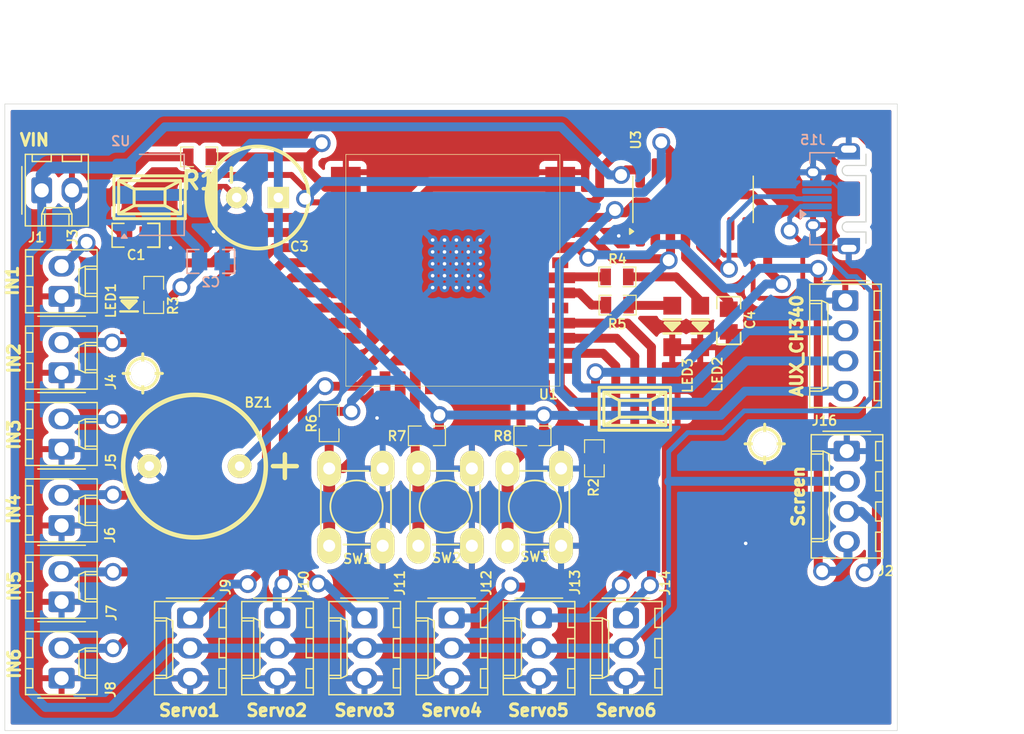
<source format=kicad_pcb>
(kicad_pcb (version 20240108) (generator "pcbnew") (generator_version "8.0")
  (title_block (title "MicroControlador Electroencefalograma") (date "2025-05-07") (rev "v1.0") (company "E.E.S.T. N°5 \"2 de Abril\" Temperley") (comment 1 "Autor: Iván Romano") (comment 2 "Curso: 7mo 6ta") (comment 3 "Grupo: 2"))
  (layers (0 "F.Cu" signal) (31 "B.Cu" signal) (34 "B.Paste" user) (35 "F.Paste" user) (36 "B.SilkS" user "B.Silkscreen") (37 "F.SilkS" user "F.Silkscreen") (38 "B.Mask" user) (39 "F.Mask" user) (44 "Edge.Cuts" user))
  (net 0 "")
  (net 1 "/BUZZER")
  (net 2 "GND")
  (net 3 "/EN")
  (net 4 "+3.3V")
  (net 5 "Net-(U3-V3)")
  (net 6 "+5V")
  (net 7 "/SDA")
  (net 8 "/SCL")
  (net 9 "/IN1")
  (net 10 "/IN2")
  (net 11 "/IN3")
  (net 12 "/IN4")
  (net 13 "/IN5")
  (net 14 "/IN6")
  (net 15 "/Motor1")
  (net 16 "/Motor2")
  (net 17 "/Motor3")
  (net 18 "/Motor4")
  (net 19 "/Motor5")
  (net 20 "/Motor6")
  (net 21 "/D-")
  (net 23 "/D+")
  (net 24 "/RXD")
  (net 25 "/TXD")
  (net 28 "Net-(LED1-A)")
  (net 29 "Net-(LED2-A)")
  (net 30 "Net-(LED3-A)")
  (net 31 "/BOOT")
  (net 32 "/LED1")
  (net 33 "/LED2")
  (net 35 "/SW1")
  (net 36 "/SW3")
  (net 37 "/SW2")
  (footprint "EESTN5:R_0805" (layer "F.Cu") (at 140.554794 101.275 -90)
    (property "Reference" "R6")
    (property "Value" "10k" (hide yes))
  )
  (footprint "EESTN5:Pulsador_SMD_2_BAJO" (layer "F.Cu") (at 166.254794 100.1 180)
    (property "Reference" "SW_BOOT1" (hide yes))
    (property "Value" "SW_Push" (hide yes))
  )
  (footprint "EESTN5:LED_1206" (layer "F.Cu") (at 169.404794 93.17252 -90)
    (property "Reference" "LED3")
    (property "Value" "LED" (hide yes))
  )
  (footprint "Package_SO:SOIC-16_3.9x9.9mm_P1.27mm" (layer "F.Cu") (at 171.154794 82.475 90)
    (property "Reference" "U3")
    (property "Value" "CH340C")
  )
  (footprint "Connector_Molex:Molex_KK-254_AE-6410-03A_1x03_P2.54mm_Vertical" (layer "F.Cu") (at 128.864794 117.7 -90)
    (property "Reference" "J9")
    (property "Value" "Servo1")
  )
  (footprint "EESTN5:R_0805" (layer "F.Cu") (at 164.779794 91.375)
    (property "Reference" "R5")
    (property "Value" "330" (hide yes))
  )
  (footprint "Connector_Molex:Molex_KK-254_AE-6410-04A_1x04_P2.54mm_Vertical" (layer "F.Cu") (at 183.954794 90.995 -90)
    (property "Reference" "J16")
    (property "Value" "AUX_CH340")
  )
  (footprint "Logo Romano:Logo_Romano" (layer "F.Cu") (at 178.804794 117.95)
    (property "Reference" "G***" (hide yes))
    (property "Value" "LOGO" (hide yes))
  )
  (footprint "Connector_Molex:Molex_KK-254_AE-6410-02A_1x02_P2.54mm_Vertical" (layer "F.Cu") (at 116.384794 81.72)
    (property "Reference" "J1")
    (property "Value" "VIN")
  )
  (footprint "EESTN5:Pulsador_TH_4" (layer "F.Cu") (at 150.304794 108.375)
    (property "Reference" "SW2")
    (property "Value" "SW_PUSH" (hide yes))
  )
  (footprint "Connector_Molex:Molex_KK-254_AE-6410-02A_1x02_P2.54mm_Vertical" (layer "F.Cu") (at 118.054794 97.066 90)
    (property "Reference" "J4")
    (property "Value" "IN2")
  )
  (footprint "Connector_Molex:Molex_KK-254_AE-6410-02A_1x02_P2.54mm_Vertical" (layer "F.Cu") (at 118.054794 116.344 90)
    (property "Reference" "J7")
    (property "Value" "IN5")
  )
  (footprint "EESTN5:CAP_ELEC_8x11.5mm" (layer "F.Cu") (at 134.529794 82.325 90)
    (property "Reference" "C3")
    (property "Value" "470u" (hide yes))
  )
  (footprint "EESTN5:ESP-WROOM-32" (layer "F.Cu") (at 141.954794 98.2)
    (property "Reference" "U1")
    (property "Value" "ESP32" (hide yes))
  )
  (footprint "Connector_Molex:Molex_KK-254_AE-6410-03A_1x03_P2.54mm_Vertical" (layer "F.Cu") (at 143.524794 117.7 -90)
    (property "Reference" "J11")
    (property "Value" "Servo3")
  )
  (footprint "EESTN5:Pulsador_TH_4" (layer "F.Cu") (at 142.804794 108.375)
    (property "Reference" "SW1")
    (property "Value" "SW_PUSH" (hide yes))
  )
  (footprint "EESTN5:hole_2mm" (layer "F.Cu") (at 177.179794 103.05)
    (property "Reference" "J18" (hide yes))
    (property "Value" "Mounting_Hole" (hide yes))
  )
  (footprint "EESTN5:Pulsador_SMD_2_BAJO" (layer "F.Cu") (at 125.454794 82.3 180)
    (property "Reference" "SW_EN1" (hide yes))
    (property "Value" "SW_Push" (hide yes))
  )
  (footprint "EESTN5:R_0805" (layer "F.Cu") (at 148.807294 102.375 180)
    (property "Reference" "R7")
    (property "Value" "10k" (hide yes))
  )
  (footprint "Connector_Molex:Molex_KK-254_AE-6410-04A_1x04_P2.54mm_Vertical" (layer "F.Cu") (at 184.079794 103.66 -90)
    (property "Reference" "J2")
    (property "Value" "Screen")
  )
  (footprint "Connector_Molex:Molex_KK-254_AE-6410-03A_1x03_P2.54mm_Vertical" (layer "F.Cu") (at 150.854794 117.7 -90)
    (property "Reference" "J12")
    (property "Value" "Servo4")
  )
  (footprint "Connector_Molex:Molex_KK-254_AE-6410-02A_1x02_P2.54mm_Vertical" (layer "F.Cu") (at 118.054794 122.77 90)
    (property "Reference" "J8")
    (property "Value" "IN6")
  )
  (footprint "EESTN5:LED_1206" (layer "F.Cu") (at 171.754794 93.17252 -90)
    (property "Reference" "LED2")
    (property "Value" "LED" (hide yes))
  )
  (footprint "EESTN5:LED_1206" (layer "F.Cu") (at 123.729794 91.32252 -90)
    (property "Reference" "LED1")
    (property "Value" "LED" (hide yes))
  )
  (footprint "EESTN5:C_0805" (layer "F.Cu") (at 174.154794 92.675 90)
    (property "Reference" "C4")
    (property "Value" "100n" (hide yes))
  )
  (footprint "Connector_Molex:Molex_KK-254_AE-6410-02A_1x02_P2.54mm_Vertical" (layer "F.Cu") (at 118.054794 103.492 90)
    (property "Reference" "J5")
    (property "Value" "IN3")
  )
  (footprint "EESTN5:hole_2mm" (layer "F.Cu") (at 124.879794 97.125)
    (property "Reference" "J17" (hide yes))
    (property "Value" "Mounting_Hole" (hide yes))
  )
  (footprint "Connector_Molex:Molex_KK-254_AE-6410-03A_1x03_P2.54mm_Vertical" (layer "F.Cu") (at 158.184794 117.7 -90)
    (property "Reference" "J13")
    (property "Value" "Servo5")
  )
  (footprint "EESTN5:C_0805" (layer "F.Cu") (at 124.302294 85.5 180)
    (property "Reference" "C1")
    (property "Value" "100n" (hide yes))
  )
  (footprint "Connector_Molex:Molex_KK-254_AE-6410-02A_1x02_P2.54mm_Vertical" (layer "F.Cu") (at 118.054794 90.64 90)
    (property "Reference" "J3")
    (property "Value" "IN1")
  )
  (footprint "EESTN5:R_0805" (layer "F.Cu") (at 157.682294 102.375 180)
    (property "Reference" "R8")
    (property "Value" "10k" (hide yes))
  )
  (footprint "EESTN5:Buzzer_12mm" (layer "F.Cu") (at 129.229794 104.925)
    (property "Reference" "BZ1")
    (property "Value" "Buzzer" (hide yes))
  )
  (footprint "Connector_Molex:Molex_KK-254_AE-6410-03A_1x03_P2.54mm_Vertical" (layer "F.Cu") (at 136.194794 117.7 -90)
    (property "Reference" "J10")
    (property "Value" "Servo2")
  )
  (footprint "EESTN5:R_0805" (layer "F.Cu") (at 164.754794 89)
    (property "Reference" "R4")
    (property "Value" "330" (hide yes))
  )
  (footprint "EESTN5:R_0805" (layer "F.Cu") (at 125.804794 90.5475 90)
    (property "Reference" "R3")
    (property "Value" "330" (hide yes))
  )
  (footprint "EESTN5:Pulsador_TH_4" (layer "F.Cu") (at 157.804794 108.375)
    (property "Reference" "SW3")
    (property "Value" "SW_PUSH" (hide yes))
  )
  (footprint "Connector_Molex:Molex_KK-254_AE-6410-03A_1x03_P2.54mm_Vertical" (layer "F.Cu") (at 165.514794 117.7 -90)
    (property "Reference" "J14")
    (property "Value" "Servo6")
  )
  (footprint "EESTN5:R_0805" (layer "F.Cu") (at 129.654794 78.9 180)
    (property "Reference" "R1")
    (property "Value" "10k" (hide yes))
  )
  (footprint "Connector_Molex:Molex_KK-254_AE-6410-02A_1x02_P2.54mm_Vertical" (layer "F.Cu") (at 118.054794 109.918 90)
    (property "Reference" "J6")
    (property "Value" "IN4")
  )
  (footprint "EESTN5:R_0805" (layer "F.Cu") (at 162.854794 104.3 90)
    (property "Reference" "R2")
    (property "Value" "10k" (hide yes))
  )
  (footprint "EESTN5:C_0805" (layer "B.Cu") (at 130.604794 87.7 180)
    (property "Reference" "C2")
    (property "Value" "100n" (hide yes))
  )
  (footprint "Package_TO_SOT_SMD:SOT-223-3_TabPin2" (layer "B.Cu") (at 126.454794 82.1)
    (property "Reference" "U2")
    (property "Value" "AMS1117-1.5")
  )
  (footprint "Connector_USB:USB_Micro-AB_Molex_47590-0001" (layer "B.Cu") (at 184.594794 82.425 -90)
    (property "Reference" "J15")
    (property "Value" "USB_B_Micro")
    (fp_line (start -2.8 -1.1) (end -2.8 0.475) (stroke (width 0.1)) (layer "Edge.Cuts"))
    (fp_line (start -2.8 -1.1) (end -3.75 -1.1) (stroke (width 0.1)) (layer "Edge.Cuts"))
    (fp_line (start -1.95 -1.1) (end -1.95 0.475) (stroke (width 0.1)) (layer "Edge.Cuts"))
    (fp_line (start 1.95 -1.1) (end 1.95 0.475) (stroke (width 0.1)) (layer "Edge.Cuts"))
    (fp_line (start 1.95 -1.1) (end -1.95 -1.1) (stroke (width 0.1)) (layer "Edge.Cuts"))
    (fp_line (start 2.8 -1.1) (end 2.8 0.475) (stroke (width 0.1)) (layer "Edge.Cuts"))
    (fp_line (start 3.75 -1.1) (end 2.8 -1.1) (stroke (width 0.1)) (layer "Edge.Cuts"))
    (fp_arc (start -1.95 0.475) (mid -2.375 0.9) (end -2.8 0.475) (stroke (width 0.1)) (layer "Edge.Cuts"))
    (fp_arc (start 2.8 0.475) (mid 2.375 0.9) (end 1.95 0.475) (stroke (width 0.1)) (layer "Edge.Cuts"))
  )
  (gr_rect (start 113.279794 74.45) (end 188.329794 127.175) (stroke (width 0.05)) (fill none) (layer "Edge.Cuts"))
  (gr_text "EEG AD620\nE.E.S.T. N°5 " (at 178.8 124.1 0) (layer "F.Cu") (effects (font (size 1 1) (thickness 0.25) (bold yes)) (justify bottom)))
  (segment (start 146.454794 93.9) (end 146.454794 84.125) (width 0.75) (layer "F.Cu") (net 1))
  (segment (start 143.729794 96.625) (end 146.454794 93.9) (width 0.75) (layer "F.Cu") (net 1))
  (segment (start 149.119794 81.46) (end 159.984794 81.46) (width 0.75) (layer "F.Cu") (net 1))
  (segment (start 140.204794 98.2) (end 143.054794 98.2) (width 0.75) (layer "F.Cu") (net 1))
  (segment (start 146.454794 84.125) (end 149.119794 81.46) (width 0.75) (layer "F.Cu") (net 1))
  (segment (start 143.729794 97.525) (end 143.729794 96.625) (width 0.75) (layer "F.Cu") (net 1))
  (segment (start 143.054794 98.2) (end 143.729794 97.525) (width 0.75) (layer "F.Cu") (net 1))
  (via (at 140.204794 98.2) (size 1.5) (drill 1) (layers "F.Cu" "B.Cu") (net 1))
  (segment (start 133.029794 104.925) (end 139.754794 98.2) (width 0.75) (layer "B.Cu") (net 1))
  (segment (start 139.754794 98.2) (end 140.204794 98.2) (width 0.75) (layer "B.Cu") (net 1))
  (via (at 144.579794 100.875) (size 1) (drill 0.3) (layers "F.Cu" "B.Cu") (net 2))
  (via (at 127.204794 86.55) (size 1) (drill 0.3) (layers "F.Cu" "B.Cu") (net 2))
  (via (at 175.579794 111.425) (size 1) (drill 0.3) (layers "F.Cu" "B.Cu") (net 2))
  (via (at 164.904794 85.55) (size 1) (drill 0.3) (layers "F.Cu" "B.Cu") (net 2))
  (via (at 130.829794 85.2) (size 1) (drill 0.3) (layers "F.Cu" "B.Cu") (net 2))
  (segment (start 181.569794 80.95) (end 181.569794 80.525) (width 0.75) (layer "B.Cu") (net 2))
  (segment (start 181.569794 81.125) (end 182.944794 81.125) (width 0.2) (layer "B.Cu") (net 2))
  (segment (start 118.654794 81.45) (end 118.924794 81.72) (width 1) (layer "B.Cu") (net 2))
  (segment (start 182.944794 81.125) (end 184.244794 82.425) (width 0.2) (layer "B.Cu") (net 2))
  (segment (start 181.569794 80.525) (end 181.244794 80.2) (width 0.75) (layer "B.Cu") (net 2))
  (segment (start 121.855614 84.10082) (end 121.855614 82.3) (width 0.75) (layer "F.Cu") (net 3))
  (segment (start 169.249794 80) (end 169.249794 78.445) (width 0.75) (layer "F.Cu") (net 3))
  (segment (start 138.529794 82.425) (end 138.529794 81.575) (width 0.5) (layer "F.Cu") (net 3))
  (segment (start 123.254794 85.5) (end 121.855614 84.10082) (width 0.75) (layer "F.Cu") (net 3))
  (segment (start 125.305614 78.9) (end 128.702294 78.9) (width 0.75) (layer "F.Cu") (net 3))
  (segment (start 123.349794 85.5) (end 123.254794 85.5) (width 0.75) (layer "F.Cu") (net 3))
  (segment (start 128.702294 79.3475) (end 128.702294 78.9) (width 0.5) (layer "F.Cu") (net 3))
  (segment (start 125.280614 78.875) (end 121.855614 82.3) (width 0.75) (layer "F.Cu") (net 3))
  (segment (start 138.529794 81.575) (end 137.379794 80.425) (width 0.5) (layer "F.Cu") (net 3))
  (segment (start 138.529794 82.425) (end 138.834794 82.73) (width 0.5) (layer "F.Cu") (net 3))
  (segment (start 125.280614 78.875) (end 125.305614 78.9) (width 0.75) (layer "F.Cu") (net 3))
  (segment (start 129.779794 80.425) (end 128.702294 79.3475) (width 0.5) (layer "F.Cu") (net 3))
  (segment (start 128.702294 78.9) (end 128.702294 79.288) (width 0.75) (layer "F.Cu") (net 3))
  (segment (start 169.249794 78.445) (end 168.479794 77.675) (width 0.75) (layer "F.Cu") (net 3))
  (segment (start 137.379794 80.425) (end 129.779794 80.425) (width 0.5) (layer "F.Cu") (net 3))
  (segment (start 138.834794 82.73) (end 141.954794 82.73) (width 0.5) (layer "F.Cu") (net 3))
  (via (at 168.479794 77.675) (size 1.5) (drill 1) (layers "F.Cu" "B.Cu") (net 3))
  (via (at 138.529794 82.425) (size 1.5) (drill 1) (layers "F.Cu" "B.Cu") (net 3))
  (segment (start 138.529794 82.425) (end 139.979794 80.975) (width 0.75) (layer "B.Cu") (net 3))
  (segment (start 168.479794 80.425) (end 168.479794 77.675) (width 0.75) (layer "B.Cu") (net 3))
  (segment (start 162.929794 81.9) (end 167.004794 81.9) (width 0.75) (layer "B.Cu") (net 3))
  (segment (start 162.004794 80.975) (end 162.929794 81.9) (width 0.75) (layer "B.Cu") (net 3))
  (segment (start 139.979794 80.975) (end 162.004794 80.975) (width 0.75) (layer "B.Cu") (net 3))
  (segment (start 167.004794 81.9) (end 168.479794 80.425) (width 0.75) (layer "B.Cu") (net 3))
  (segment (start 158.979794 107.525) (end 161.729794 107.525) (width 0.75) (layer "F.Cu") (net 4))
  (segment (start 158.604794 100.65) (end 158.604794 102.345) (width 0.75) (layer "F.Cu") (net 4))
  (segment (start 126.479794 91.5) (end 128.129794 89.85) (width 0.75) (layer "F.Cu") (net 4))
  (segment (start 141.954794 81.46) (end 140.239794 81.46) (width 0.75) (layer "F.Cu") (net 4))
  (segment (start 162.854794 106.4) (end 162.854794 105.2525) (width 0.75) (layer "F.Cu") (net 4))
  (segment (start 158.634794 103.245) (end 158.054794 103.825) (width 0.75) (layer "F.Cu") (net 4))
  (segment (start 139.929794 77.75) (end 138.779794 78.9) (width 0.75) (layer "F.Cu") (net 4))
  (segment (start 140.239794 81.46) (end 138.779794 80) (width 0.75) (layer "F.Cu") (net 4))
  (segment (start 158.054794 103.825) (end 158.054794 106.6) (width 0.75) (layer "F.Cu") (net 4))
  (segment (start 149.829794 100.625) (end 149.829794 102.305) (width 0.75) (layer "F.Cu") (net 4))
  (segment (start 138.779794 78.9) (end 130.607294 78.9) (width 0.75) (layer "F.Cu") (net 4))
  (segment (start 158.054794 106.6) (end 158.979794 107.525) (width 0.75) (layer "F.Cu") (net 4))
  (segment (start 161.729794 107.525) (end 162.854794 106.4) (width 0.75) (layer "F.Cu") (net 4))
  (segment (start 142.429794 100.3225) (end 140.554794 100.3225) (width 0.75) (layer "F.Cu") (net 4))
  (segment (start 138.779794 80) (end 138.779794 78.9) (width 0.75) (layer "F.Cu") (net 4))
  (segment (start 149.829794 102.305) (end 149.759794 102.375) (width 0.75) (layer "F.Cu") (net 4))
  (segment (start 125.804794 91.5) (end 126.479794 91.5) (width 0.75) (layer "F.Cu") (net 4))
  (segment (start 158.634794 102.375) (end 158.634794 103.245) (width 0.75) (layer "F.Cu") (net 4))
  (segment (start 158.604794 102.345) (end 158.634794 102.375) (width 0.75) (layer "F.Cu") (net 4))
  (via (at 149.829794 100.625) (size 1.5) (drill 1) (layers "F.Cu" "B.Cu") (net 4))
  (via (at 158.604794 100.65) (size 1.5) (drill 1) (layers "F.Cu" "B.Cu") (net 4))
  (via (at 128.129794 89.85) (size 1.5) (drill 1) (layers "F.Cu" "B.Cu") (net 4))
  (via (at 142.429794 100.3225) (size 1.5) (drill 1) (layers "F.Cu" "B.Cu") (net 4))
  (via (at 139.929794 77.75) (size 1.5) (drill 1) (layers "F.Cu" "B.Cu") (net 4))
  (segment (start 129.652294 88.3275) (end 129.652294 86.7225) (width 0.75) (layer "B.Cu") (net 4))
  (segment (start 149.829794 100.625) (end 158.579794 100.625) (width 0.75) (layer "B.Cu") (net 4))
  (segment (start 139.929794 77.75) (end 133.954794 77.75) (width 0.75) (layer "B.Cu") (net 4))
  (segment (start 128.104794 83.6) (end 129.604794 82.1) (width 0.75) (layer "B.Cu") (net 4))
  (segment (start 139.929794 77.75) (end 136.279794 77.75) (width 0.75) (layer "B.Cu") (net 4))
  (segment (start 158.579794 100.625) (end 158.604794 100.65) (width 0.75) (layer "B.Cu") (net 4))
  (segment (start 158.604794 100.65) (end 173.479794 100.65) (width 0.75) (layer "B.Cu") (net 4))
  (segment (start 146.904794 97.7) (end 149.829794 100.625) (width 0.75) (layer "B.Cu") (net 4))
  (segment (start 136.279794 87.075) (end 149.829794 100.625) (width 0.75) (layer "B.Cu") (net 4))
  (segment (start 136.279794 77.75) (end 136.279794 87.075) (width 0.75) (layer "B.Cu") (net 4))
  (segment (start 129.879794 82.375) (end 129.604794 82.1) (width 1) (layer "B.Cu") (net 4))
  (segment (start 123.304794 82.1) (end 129.604794 82.1) (width 1) (layer "B.Cu") (net 4))
  (segment (start 128.129794 89.85) (end 129.652294 88.3275) (width 0.75) (layer "B.Cu") (net 4))
  (segment (start 173.479794 100.65) (end 175.514794 98.615) (width 0.75) (layer "B.Cu") (net 4))
  (segment (start 142.429794 99.45) (end 144.179794 97.7) (width 0.75) (layer "B.Cu") (net 4))
  (segment (start 129.652294 86.7225) (end 128.104794 85.175) (width 0.75) (layer "B.Cu") (net 4))
  (segment (start 128.104794 85.175) (end 128.104794 83.6) (width 0.75) (layer "B.Cu") (net 4))
  (segment (start 133.954794 77.75) (end 129.604794 82.1) (width 0.75) (layer "B.Cu") (net 4))
  (segment (start 175.514794 98.615) (end 183.954794 98.615) (width 0.75) (layer "B.Cu") (net 4))
  (segment (start 142.429794 100.3225) (end 142.429794 99.45) (width 0.75) (layer "B.Cu") (net 4))
  (segment (start 144.179794 97.7) (end 146.904794 97.7) (width 0.75) (layer "B.Cu") (net 4))
  (segment (start 170.529794 87.4) (end 170.529794 84.95) (width 0.75) (layer "F.Cu") (net 5))
  (segment (start 174.154794 91.025) (end 170.529794 87.4) (width 0.75) (layer "F.Cu") (net 5))
  (segment (start 174.154794 91.7225) (end 174.154794 91.025) (width 0.75) (layer "F.Cu") (net 5))
  (segment (start 165.104794 80.425) (end 165.529794 80) (width 0.75) (layer "F.Cu") (net 6))
  (segment (start 165.529794 80) (end 166.709794 80) (width 0.75) (layer "F.Cu") (net 6))
  (via (at 165.104794 80.425) (size 1.5) (drill 1) (layers "F.Cu" "B.Cu") (net 6))
  (segment (start 182.654794 84.175) (end 182.204794 83.725) (width 0.4) (layer "B.Cu") (net 6))
  (segment (start 164.104794 80.425) (end 160.054794 76.375) (width 0.75) (layer "B.Cu") (net 6))
  (segment (start 186.104794 99.15) (end 186.104794 90.225) (width 0.4) (layer "B.Cu") (net 6))
  (segment (start 175.454794 100.275) (end 184.979794 100.275) (width 0.4) (layer "B.Cu") (net 6))
  (segment (start 184.154794 88.975) (end 182.654794 87.475) (width 0.4) (layer "B.Cu") (net 6))
  (segment (start 115.354794 87) (end 116.384794 85.97) (width 0.75) (layer "B.Cu") (net 6))
  (segment (start 169.104794 106.225) (end 169.104794 103.7) (width 0.4) (layer "B.Cu") (net 6))
  (segment (start 165.104794 80.425) (end 164.104794 80.425) (width 0.75) (layer "B.Cu") (net 6))
  (segment (start 169.104794 103.7) (end 170.704794 102.1) (width 0.4) (layer "B.Cu") (net 6))
  (segment (start 184.979794 100.275) (end 186.104794 99.15) (width 0.4) (layer "B.Cu") (net 6))
  (segment (start 165.514794 120.24) (end 169.104794 116.65) (width 0.4) (layer "B.Cu") (net 6))
  (segment (start 170.704794 102.1) (end 173.629794 102.1) (width 0.4) (layer "B.Cu") (net 6))
  (segment (start 128.864794 120.24) (end 127.164794 120.24) (width 0.75) (layer "B.Cu") (net 6))
  (segment (start 123.304794 79.8) (end 117.004794 79.8) (width 1) (layer "B.Cu") (net 6))
  (segment (start 117.004794 79.8) (end 116.384794 80.42) (width 1) (layer "B.Cu") (net 6))
  (segment (start 115.354794 123.875) (end 115.354794 87) (width 0.75) (layer "B.Cu") (net 6))
  (segment (start 182.654794 87.475) (end 182.654794 84.175) (width 0.4) (layer "B.Cu") (net 6))
  (segment (start 184.079794 106.2) (end 169.129794 106.2) (width 0.75) (layer "B.Cu") (net 6))
  (segment (start 186.104794 90.225) (end 184.854794 88.975) (width 0.4) (layer "B.Cu") (net 6))
  (segment (start 116.704794 125.225) (end 115.354794 123.875) (width 0.75) (layer "B.Cu") (net 6))
  (segment (start 128.864794 120.24) (end 165.514794 120.24) (width 0.75) (layer "B.Cu") (net 6))
  (segment (start 127.164794 120.24) (end 122.179794 125.225) (width 0.75) (layer "B.Cu") (net 6))
  (segment (start 160.054794 76.375) (end 126.729794 76.375) (width 0.75) (layer "B.Cu") (net 6))
  (segment (start 169.129794 106.2) (end 169.104794 106.225) (width 0.75) (layer "B.Cu") (net 6))
  (segment (start 182.204794 83.725) (end 181.569794 83.725) (width 0.4) (layer "B.Cu") (net 6))
  (segment (start 169.104794 116.65) (end 169.104794 106.225) (width 0.4) (layer "B.Cu") (net 6))
  (segment (start 122.179794 125.225) (end 116.704794 125.225) (width 0.75) (layer "B.Cu") (net 6))
  (segment (start 116.384794 85.97) (end 116.384794 81.72) (width 0.75) (layer "B.Cu") (net 6))
  (segment (start 126.729794 76.375) (end 123.304794 79.8) (width 0.75) (layer "B.Cu") (net 6))
  (segment (start 116.384794 80.42) (end 116.384794 81.72) (width 1) (layer "B.Cu") (net 6))
  (segment (start 173.629794 102.1) (end 175.454794 100.275) (width 0.4) (layer "B.Cu") (net 6))
  (segment (start 184.854794 88.975) (end 184.154794 88.975) (width 0.4) (layer "B.Cu") (net 6))
  (segment (start 181.679794 113.45) (end 182.004794 113.775) (width 0.75) (layer "F.Cu") (net 7))
  (segment (start 161.491293 86.54) (end 159.984794 86.54) (width 0.75) (layer "F.Cu") (net 7))
  (segment (start 162.340544 87.389251) (end 161.491293 86.54) (width 0.75) (layer "F.Cu") (net 7))
  (segment (start 181.679794 88.325) (end 181.679794 113.45) (width 0.75) (layer "F.Cu") (net 7))
  (via (at 181.679794 88.325) (size 1.5) (drill 1) (layers "F.Cu" "B.Cu") (net 7))
  (via (at 182.004794 113.775) (size 1.5) (drill 1) (layers "F.Cu" "B.Cu") (net 7))
  (via (at 162.340544 87.389251) (size 1.5) (drill 1) (layers "F.Cu" "B.Cu") (net 7))
  (segment (start 183.254794 113.775) (end 184.179794 112.85) (width 0.75) (layer "B.Cu") (net 7))
  (segment (start 184.179794 112.85) (end 184.179794 111.38) (width 0.75) (layer "B.Cu") (net 7))
  (segment (start 176.704794 88.275) (end 181.629794 88.275) (width 0.75) (layer "B.Cu") (net 7))
  (segment (start 168.229794 86.275) (end 170.114128 86.275) (width 0.75) (layer "B.Cu") (net 7))
  (segment (start 170.114128 86.275) (end 173.789128 89.95) (width 0.75) (layer "B.Cu") (net 7))
  (segment (start 181.629794 88.275) (end 181.679794 88.325) (width 0.75) (layer "B.Cu") (net 7))
  (segment (start 182.004794 113.775) (end 183.254794 113.775) (width 0.75) (layer "B.Cu") (net 7))
  (segment (start 162.340544 87.389251) (end 162.579795 87.15) (width 0.75) (layer "B.Cu") (net 7))
  (segment (start 162.579795 87.15) (end 167.354794 87.15) (width 0.75) (layer "B.Cu") (net 7))
  (segment (start 175.029794 89.95) (end 176.704794 88.275) (width 0.75) (layer "B.Cu") (net 7))
  (segment (start 184.179794 111.38) (end 184.079794 111.28) (width 0.75) (layer "B.Cu") (net 7))
  (segment (start 173.789128 89.95) (end 175.029794 89.95) (width 0.75) (layer "B.Cu") (net 7))
  (segment (start 167.354794 87.15) (end 168.229794 86.275) (width 0.75) (layer "B.Cu") (net 7))
  (segment (start 163.304794 80.025) (end 163.304794 82.2) (width 0.75) (layer "F.Cu") (net 8))
  (segment (start 163.304794 82.2) (end 162.774794 82.73) (width 0.75) (layer "F.Cu") (net 8))
  (segment (start 186.569794 112.885) (end 186.569794 78.312563) (width 0.75) (layer "F.Cu") (net 8))
  (segment (start 186.569794 78.312563) (end 184.357231 76.1) (width 0.75) (layer "F.Cu") (net 8))
  (segment (start 184.357231 76.1) (end 167.229794 76.1) (width 0.75) (layer "F.Cu") (net 8))
  (segment (start 162.774794 82.73) (end 159.984794 82.73) (width 0.75) (layer "F.Cu") (net 8))
  (segment (start 185.579794 113.875) (end 186.569794 112.885) (width 0.75) (layer "F.Cu") (net 8))
  (segment (start 167.229794 76.1) (end 163.304794 80.025) (width 0.75) (layer "F.Cu") (net 8))
  (via (at 185.579794 113.875) (size 1.5) (drill 1) (layers "F.Cu" "B.Cu") (net 8))
  (segment (start 186.229794 113.225) (end 186.229794 109.65) (width 0.75) (layer "B.Cu") (net 8))
  (segment (start 185.319794 108.74) (end 184.079794 108.74) (width 0.75) (layer "B.Cu") (net 8))
  (segment (start 186.229794 109.65) (end 185.319794 108.74) (width 0.75) (layer "B.Cu") (net 8))
  (segment (start 185.579794 113.875) (end 186.229794 113.225) (width 0.75) (layer "B.Cu") (net 8))
  (segment (start 130.704794 87.825) (end 134.529794 84) (width 0.75) (layer "F.Cu") (net 9))
  (segment (start 121.854794 87.825) (end 130.704794 87.825) (width 0.75) (layer "F.Cu") (net 9))
  (segment (start 120.154794 86.125) (end 121.854794 87.825) (width 0.75) (layer "F.Cu") (net 9))
  (segment (start 134.529794 84) (end 141.954794 84) (width 0.75) (layer "F.Cu") (net 9))
  (segment (start 118.054794 88.1) (end 118.229794 88.275) (width 0.75) (layer "F.Cu") (net 9))
  (via (at 120.154794 86.125) (size 1.5) (drill 1) (layers "F.Cu" "B.Cu") (net 9))
  (segment (start 120.154794 86.125) (end 118.179794 88.1) (width 0.75) (layer "B.Cu") (net 9))
  (segment (start 118.179794 88.1) (end 118.054794 88.1) (width 0.75) (layer "B.Cu") (net 9))
  (segment (start 125.553794 94.526) (end 122.305794 94.526) (width 0.75) (layer "F.Cu") (net 10))
  (segment (start 126.053794 94.526) (end 135.309794 85.27) (width 0.75) (layer "F.Cu") (net 10))
  (segment (start 125.552794 94.525) (end 125.553794 94.526) (width 0.5) (layer "F.Cu") (net 10))
  (segment (start 135.309794 85.27) (end 141.954794 85.27) (width 0.75) (layer "F.Cu") (net 10))
  (segment (start 122.305794 94.526) (end 122.304794 94.525) (width 0.75) (layer "F.Cu") (net 10))
  (segment (start 125.553794 94.526) (end 126.053794 94.526) (width 0.75) (layer "F.Cu") (net 10))
  (via (at 122.304794 94.525) (size 1.5) (drill 1) (layers "F.Cu" "B.Cu") (net 10))
  (segment (start 122.303794 94.526) (end 122.304794 94.525) (width 0.5) (layer "B.Cu") (net 10))
  (segment (start 118.055794 94.525) (end 118.054794 94.526) (width 0.5) (layer "B.Cu") (net 10))
  (segment (start 122.304794 94.525) (end 118.055794 94.525) (width 0.75) (layer "B.Cu") (net 10))
  (segment (start 122.377794 100.952) (end 126.877794 100.952) (width 0.75) (layer "F.Cu") (net 11))
  (segment (start 135.939794 86.54) (end 141.954794 86.54) (width 0.75) (layer "F.Cu") (net 11))
  (segment (start 126.877794 100.952) (end 129.029794 98.8) (width 0.75) (layer "F.Cu") (net 11))
  (segment (start 122.329794 101) (end 122.377794 100.952) (width 0.75) (layer "F.Cu") (net 11))
  (segment (start 129.029794 93.45) (end 135.939794 86.54) (width 0.75) (layer "F.Cu") (net 11))
  (segment (start 129.029794 98.8) (end 129.029794 93.45) (width 0.75) (layer "F.Cu") (net 11))
  (via (at 122.329794 101) (size 1.5) (drill 1) (layers "F.Cu" "B.Cu") (net 11))
  (segment (start 118.102794 101) (end 118.054794 100.952) (width 0.75) (layer "B.Cu") (net 11))
  (segment (start 122.329794 101) (end 118.102794 101) (width 0.75) (layer "B.Cu") (net 11))
  (segment (start 130.554794 93.875) (end 136.619794 87.81) (width 0.75) (layer "F.Cu") (net 12))
  (segment (start 127.629794 102.525) (end 130.554794 99.6) (width 0.75) (layer "F.Cu") (net 12))
  (segment (start 130.554794 99.6) (end 130.554794 93.875) (width 0.75) (layer "F.Cu") (net 12))
  (segment (start 136.619794 87.81) (end 141.954794 87.81) (width 0.75) (layer "F.Cu") (net 12))
  (segment (start 125.901794 107.378) (end 127.629794 105.65) (width 0.75) (layer "F.Cu") (net 12))
  (segment (start 127.629794 105.65) (end 127.629794 102.525) (width 0.75) (layer "F.Cu") (net 12))
  (segment (start 122.379794 107.325) (end 122.432794 107.378) (width 0.75) (layer "F.Cu") (net 12))
  (segment (start 122.432794 107.378) (end 125.901794 107.378) (width 0.75) (layer "F.Cu") (net 12))
  (via (at 122.379794 107.325) (size 1.5) (drill 1) (layers "F.Cu" "B.Cu") (net 12))
  (segment (start 118.107794 107.325) (end 118.054794 107.378) (width 0.75) (layer "B.Cu") (net 12))
  (segment (start 122.379794 107.325) (end 118.107794 107.325) (width 0.75) (layer "B.Cu") (net 12))
  (segment (start 126.579794 113.825) (end 122.379794 113.825) (width 0.75) (layer "F.Cu") (net 13))
  (segment (start 129.154794 103.375) (end 129.154794 111.25) (width 0.75) (layer "F.Cu") (net 13))
  (segment (start 141.954794 89.08) (end 137.374794 89.08) (width 0.75) (layer "F.Cu") (net 13))
  (segment (start 132.154794 100.375) (end 129.154794 103.375) (width 0.75) (layer "F.Cu") (net 13))
  (segment (start 129.154794 111.25) (end 126.579794 113.825) (width 0.75) (layer "F.Cu") (net 13))
  (segment (start 132.154794 94.3) (end 132.154794 100.375) (width 0.75) (layer "F.Cu") (net 13))
  (segment (start 137.374794 89.08) (end 132.154794 94.3) (width 0.75) (layer "F.Cu") (net 13))
  (via (at 122.379794 113.825) (size 1.5) (drill 1) (layers "F.Cu" "B.Cu") (net 13))
  (segment (start 118.075794 113.825) (end 118.054794 113.804) (width 0.75) (layer "B.Cu") (net 13))
  (segment (start 122.379794 113.825) (end 118.075794 113.825) (width 0.75) (layer "B.Cu") (net 13))
  (segment (start 122.379794 120.25) (end 122.399794 120.23) (width 0.75) (layer "F.Cu") (net 14))
  (segment (start 138.129794 90.35) (end 141.954794 90.35) (width 0.75) (layer "F.Cu") (net 14))
  (segment (start 130.779794 112.175) (end 130.779794 103.825) (width 0.75) (layer "F.Cu") (net 14))
  (segment (start 133.704794 100.9) (end 133.704794 94.775) (width 0.75) (layer "F.Cu") (net 14))
  (segment (start 130.779794 103.825) (end 133.704794 100.9) (width 0.75) (layer "F.Cu") (net 14))
  (segment (start 122.399794 120.23) (end 122.724794 120.23) (width 0.75) (layer "F.Cu") (net 14))
  (segment (start 133.704794 94.775) (end 138.129794 90.35) (width 0.75) (layer "F.Cu") (net 14))
  (segment (start 122.724794 120.23) (end 130.779794 112.175) (width 0.75) (layer "F.Cu") (net 14))
  (via (at 122.379794 120.25) (size 1.5) (drill 1) (layers "F.Cu" "B.Cu") (net 14))
  (segment (start 118.074794 120.25) (end 118.054794 120.23) (width 0.75) (layer "B.Cu") (net 14))
  (segment (start 122.379794 120.25) (end 118.074794 120.25) (width 0.75) (layer "B.Cu") (net 14))
  (segment (start 133.704794 114.85) (end 135.279794 113.275) (width 0.75) (layer "F.Cu") (net 15))
  (segment (start 135.279794 113.275) (end 135.279794 95.175) (width 0.75) (layer "F.Cu") (net 15))
  (segment (start 138.834794 91.62) (end 141.954794 91.62) (width 0.75) (layer "F.Cu") (net 15))
  (segment (start 135.279794 95.175) (end 138.834794 91.62) (width 0.75) (layer "F.Cu") (net 15))
  (via (at 133.704794 114.85) (size 1.5) (drill 1) (layers "F.Cu" "B.Cu") (net 15))
  (segment (start 133.704794 114.85) (end 132.204794 114.85) (width 0.75) (layer "B.Cu") (net 15))
  (segment (start 129.354794 117.7) (end 128.864794 117.7) (width 0.75) (layer "B.Cu") (net 15))
  (segment (start 132.204794 114.85) (end 129.354794 117.7) (width 0.75) (layer "B.Cu") (net 15))
  (segment (start 136.704794 114.85) (end 136.704794 96.05) (width 0.75) (layer "F.Cu") (net 16))
  (segment (start 139.864794 92.89) (end 141.954794 92.89) (width 0.75) (layer "F.Cu") (net 16))
  (segment (start 136.704794 96.05) (end 139.864794 92.89) (width 0.75) (layer "F.Cu") (net 16))
  (via (at 136.704794 114.85) (size 1.5) (drill 1) (layers "F.Cu" "B.Cu") (net 16))
  (segment (start 136.194794 115.36) (end 136.704794 114.85) (width 0.75) (layer "B.Cu") (net 16))
  (segment (start 136.194794 117.7) (end 136.194794 115.36) (width 0.75) (layer "B.Cu") (net 16))
  (segment (start 138.304794 113.475) (end 138.304794 96.4) (width 0.75) (layer "F.Cu") (net 17))
  (segment (start 140.544794 94.16) (end 141.954794 94.16) (width 0.75) (layer "F.Cu") (net 17))
  (segment (start 138.304794 96.4) (end 140.544794 94.16) (width 0.75) (layer "F.Cu") (net 17))
  (segment (start 139.629794 114.8) (end 138.304794 113.475) (width 0.75) (layer "F.Cu") (net 17))
  (via (at 139.629794 114.8) (size 1.5) (drill 1) (layers "F.Cu" "B.Cu") (net 17))
  (segment (start 143.129794 117.7) (end 143.524794 117.7) (width 0.75) (layer "B.Cu") (net 17))
  (segment (start 140.229794 114.8) (end 143.129794 117.7) (width 0.75) (layer "B.Cu") (net 17))
  (segment (start 139.629794 114.8) (end 140.229794 114.8) (width 0.75) (layer "B.Cu") (net 17))
  (segment (start 164.654794 111.9) (end 164.654794 96.5) (width 0.75) (layer "F.Cu") (net 18))
  (segment (start 155.929794 115.1) (end 161.454794 115.1) (width 0.75) (layer "F.Cu") (net 18))
  (segment (start 164.654794 96.5) (end 163.584794 95.43) (width 0.75) (layer "F.Cu") (net 18))
  (segment (start 163.584794 95.43) (end 159.984794 95.43) (width 0.75) (layer "F.Cu") (net 18))
  (segment (start 155.804794 114.975) (end 155.929794 115.1) (width 0.75) (layer "F.Cu") (net 18))
  (segment (start 161.454794 115.1) (end 164.654794 111.9) (width 0.75) (layer "F.Cu") (net 18))
  (via (at 155.804794 114.975) (size 1.5) (drill 1) (layers "F.Cu" "B.Cu") (net 18))
  (segment (start 150.854794 117.7) (end 153.079794 117.7) (width 0.75) (layer "B.Cu") (net 18))
  (segment (start 153.079794 117.7) (end 155.804794 114.975) (width 0.75) (layer "B.Cu") (net 18))
  (segment (start 165.079794 114.95) (end 165.079794 114.475) (width 0.75) (layer "F.Cu") (net 19))
  (segment (start 165.079794 114.475) (end 166.254794 113.3) (width 0.75) (layer "F.Cu") (net 19))
  (segment (start 166.254794 113.3) (end 166.254794 95.7) (width 0.75) (layer "F.Cu") (net 19))
  (segment (start 164.714794 94.16) (end 159.984794 94.16) (width 0.75) (layer "F.Cu") (net 19))
  (segment (start 166.254794 95.7) (end 164.714794 94.16) (width 0.75) (layer "F.Cu") (net 19))
  (via (at 165.079794 114.95) (size 1.5) (drill 1) (layers "F.Cu" "B.Cu") (net 19))
  (segment (start 158.184794 117.7) (end 162.329794 117.7) (width 0.75) (layer "B.Cu") (net 19))
  (segment (start 162.329794 117.7) (end 165.079794 114.95) (width 0.75) (layer "B.Cu") (net 19))
  (segment (start 167.529794 114.95) (end 167.654794 114.825) (width 0.75) (layer "F.Cu") (net 20))
  (segment (start 167.654794 114.825) (end 167.654794 94.9) (width 0.75) (layer "F.Cu") (net 20))
  (segment (start 167.654794 94.9) (end 165.644794 92.89) (width 0.75) (layer "F.Cu") (net 20))
  (segment (start 165.644794 92.89) (end 159.984794 92.89) (width 0.75) (layer "F.Cu") (net 20))
  (via (at 167.529794 114.95) (size 1.5) (drill 1) (layers "F.Cu" "B.Cu") (net 20))
  (segment (start 165.514794 117.7) (end 165.514794 116.965) (width 0.75) (layer "B.Cu") (net 20))
  (segment (start 165.514794 116.965) (end 167.529794 114.95) (width 0.75) (layer "B.Cu") (net 20))
  (segment (start 180.379794 89.7) (end 179.279794 90.8) (width 0.4) (layer "F.Cu") (net 21))
  (segment (start 176.729794 90.8) (end 176.204794 90.275) (width 0.4) (layer "F.Cu") (net 21))
  (segment (start 173.784794 87.175) (end 173.059794 86.45) (width 0.4) (layer "F.Cu") (net 21))
  (segment (start 179.279794 90.8) (end 176.729794 90.8) (width 0.4) (layer "F.Cu") (net 21))
  (segment (start 176.204794 90.275) (end 176.204794 87.875) (width 0.4) (layer "F.Cu") (net 21))
  (segment (start 175.504794 87.175) (end 173.784794 87.175) (width 0.4) (layer "F.Cu") (net 21))
  (segment (start 173.059794 86.45) (end 173.059794 84.95) (width 0.4) (layer "F.Cu") (net 21))
  (segment (start 176.204794 87.875) (end 175.504794 87.175) (width 0.4) (layer "F.Cu") (net 21))
  (segment (start 180.379794 86.2) (end 180.379794 89.7) (width 0.4) (layer "F.Cu") (net 21))
  (segment (start 179.279794 85.1) (end 180.379794 86.2) (width 0.4) (layer "F.Cu") (net 21))
  (via (at 179.279794 85.1) (size 1.5) (drill 1) (layers "F.Cu" "B.Cu") (net 21))
  (segment (start 179.279794 84.019074) (end 180.223868 83.075) (width 0.4) (layer "B.Cu") (net 21))
  (segment (start 180.223868 83.075) (end 181.569794 83.075) (width 0.4) (layer "B.Cu") (net 21))
  (segment (start 179.279794 85.1) (end 179.279794 84.019074) (width 0.4) (layer "B.Cu") (net 21))
  (segment (start 174.172294 88.325) (end 173.664794 88.325) (width 0.75) (layer "F.Cu") (net 23))
  (segment (start 173.664794 88.325) (end 171.789794 86.45) (width 0.75) (layer "F.Cu") (net 23))
  (segment (start 171.789794 86.45) (end 171.789794 84.95) (width 0.75) (layer "F.Cu") (net 23))
  (via (at 174.172294 88.325) (size 1.5) (drill 1) (layers "F.Cu" "B.Cu") (net 23))
  (segment (start 174.172294 88.325) (end 174.172294 84.3825) (width 0.4) (layer "B.Cu") (net 23))
  (segment (start 176.304794 82.25) (end 179.58114 82.25) (width 0.4) (layer "B.Cu") (net 23))
  (segment (start 179.58114 82.25) (end 179.75614 82.425) (width 0.4) (layer "B.Cu") (net 23))
  (segment (start 179.75614 82.425) (end 181.569794 82.425) (width 0.4) (layer "B.Cu") (net 23))
  (segment (start 174.172294 84.3825) (end 176.304794 82.25) (width 0.4) (layer "B.Cu") (net 23))
  (segment (start 168.979794 87.475) (end 164.429794 87.475) (width 0.75) (layer "F.Cu") (net 24))
  (segment (start 169.104794 87.6) (end 169.259794 87.445) (width 0.75) (layer "F.Cu") (net 24))
  (segment (start 162.224794 85.27) (end 159.984794 85.27) (width 0.75) (layer "F.Cu") (net 24))
  (segment (start 169.104794 87.6) (end 168.979794 87.475) (width 0.75) (layer "F.Cu") (net 24))
  (segment (start 164.429794 87.475) (end 162.224794 85.27) (width 0.75) (layer "F.Cu") (net 24))
  (segment (start 169.259794 87.445) (end 169.259794 84.95) (width 0.75) (layer "F.Cu") (net 24))
  (via (at 169.104794 87.6) (size 1.5) (drill 1) (layers "F.Cu" "B.Cu") (net 24))
  (segment (start 161.354794 95.4) (end 161.354794 97.9) (width 0.75) (layer "B.Cu") (net 24))
  (segment (start 168.979794 87.775) (end 161.354794 95.4) (width 0.75) (layer "B.Cu") (net 24))
  (segment (start 175.744794 93.535) (end 183.954794 93.535) (width 0.75) (layer "B.Cu") (net 24))
  (segment (start 161.354794 97.9) (end 161.804794 98.35) (width 0.75) (layer "B.Cu") (net 24))
  (segment (start 170.929794 98.35) (end 175.744794 93.535) (width 0.75) (layer "B.Cu") (net 24))
  (segment (start 169.104794 87.6) (end 168.979794 87.475) (width 0.75) (layer "B.Cu") (net 24))
  (segment (start 168.979794 87.475) (end 168.979794 87.775) (width 0.75) (layer "B.Cu") (net 24))
  (segment (start 161.804794 98.35) (end 170.929794 98.35) (width 0.75) (layer "B.Cu") (net 24))
  (segment (start 167.989794 83.45) (end 167.989794 84.95) (width 0.75) (layer "F.Cu") (net 25))
  (segment (start 164.579794 83.375) (end 164.808236 83.603442) (width 0.75) (layer "F.Cu") (net 25))
  (segment (start 167.239794 82.7) (end 167.989794 83.45) (width 0.75) (layer "F.Cu") (net 25))
  (segment (start 166.358236 82.7) (end 167.239794 82.7) (width 0.75) (layer "F.Cu") (net 25))
  (segment (start 165.454794 83.603442) (end 166.358236 82.7) (width 0.75) (layer "F.Cu") (net 25))
  (segment (start 163.954794 84) (end 159.984794 84) (width 0.75) (layer "F.Cu") (net 25))
  (segment (start 164.808236 83.603442) (end 165.454794 83.603442) (width 0.75) (layer "F.Cu") (net 25))
  (segment (start 164.579794 83.375) (end 163.954794 84) (width 0.75) (layer "F.Cu") (net 25))
  (via (at 164.579794 83.375) (size 1.5) (drill 1) (layers "F.Cu" "B.Cu") (net 25))
  (segment (start 164.579794 83.375) (end 164.480961 83.375) (width 0.75) (layer "B.Cu") (net 25))
  (segment (start 159.904794 87.951167) (end 159.904794 98.575) (width 0.75) (layer "B.Cu") (net 25))
  (segment (start 164.480961 83.375) (end 159.904794 87.951167) (width 0.75) (layer "B.Cu") (net 25))
  (segment (start 175.604794 96.075) (end 183.954794 96.075) (width 0.75) (layer "B.Cu") (net 25))
  (segment (start 172.129794 99.55) (end 175.604794 96.075) (width 0.75) (layer "B.Cu") (net 25))
  (segment (start 160.879794 99.55) (end 172.129794 99.55) (width 0.75) (layer "B.Cu") (net 25))
  (segment (start 159.904794 98.575) (end 160.879794 99.55) (width 0.75) (layer "B.Cu") (net 25))
  (segment (start 125.804794 89.595) (end 123.749794 89.595) (width 0.75) (layer "F.Cu") (net 28))
  (segment (start 123.749794 89.595) (end 123.729794 89.575) (width 0.75) (layer "F.Cu") (net 28))
  (segment (start 169.729794 89) (end 165.707294 89) (width 0.75) (layer "F.Cu") (net 29))
  (segment (start 171.754794 91.425) (end 171.754794 91.025) (width 0.75) (layer "F.Cu") (net 29))
  (segment (start 171.754794 91.025) (end 169.729794 89) (width 0.75) (layer "F.Cu") (net 29))
  (segment (start 169.404794 91.4) (end 165.757294 91.4) (width 0.75) (layer "F.Cu") (net 30))
  (segment (start 165.757294 91.4) (end 165.732294 91.375) (width 0.75) (layer "F.Cu") (net 30))
  (segment (start 161.854794 100.1) (end 159.984794 98.23) (width 0.75) (layer "F.Cu") (net 31))
  (segment (start 162.655614 100.1) (end 161.854794 100.1) (width 0.75) (layer "F.Cu") (net 31))
  (segment (start 162.954794 99.80082) (end 162.655614 100.1) (width 0.75) (layer "F.Cu") (net 31))
  (segment (start 162.854794 100.29918) (end 162.655614 100.1) (width 0.75) (layer "F.Cu") (net 31))
  (segment (start 162.854794 103.3475) (end 162.854794 100.29918) (width 0.75) (layer "F.Cu") (net 31))
  (segment (start 177.429794 88.4) (end 177.429794 83.4) (width 0.75) (layer "F.Cu") (net 31))
  (segment (start 162.954794 97.025) (end 162.954794 99.80082) (width 0.75) (layer "F.Cu") (net 31))
  (segment (start 171.404794 82.1) (end 170.529794 81.225) (width 0.75) (layer "F.Cu") (net 31))
  (segment (start 176.129794 82.1) (end 171.404794 82.1) (width 0.75) (layer "F.Cu") (net 31))
  (segment (start 177.429794 83.4) (end 176.129794 82.1) (width 0.75) (layer "F.Cu") (net 31))
  (segment (start 178.629794 89.6) (end 177.429794 88.4) (width 0.75) (layer "F.Cu") (net 31))
  (segment (start 170.529794 81.225) (end 170.529794 80) (width 0.75) (layer "F.Cu") (net 31))
  (segment (start 159.984794 98.23) (end 159.984794 96.7) (width 0.75) (layer "F.Cu") (net 31))
  (via (at 162.954794 97.025) (size 1.5) (drill 1) (layers "F.Cu" "B.Cu") (net 31))
  (via (at 178.629794 89.6) (size 1.5) (drill 1) (layers "F.Cu" "B.Cu") (net 31))
  (segment (start 177.279794 89.6) (end 169.854794 97.025) (width 0.75) (layer "B.Cu") (net 31))
  (segment (start 169.854794 97.025) (end 162.954794 97.025) (width 0.75) (layer "B.Cu") (net 31))
  (segment (start 178.629794 89.6) (end 177.279794 89.6) (width 0.75) (layer "B.Cu") (net 31))
  (segment (start 163.802294 89) (end 160.064794 89) (width 0.75) (layer "F.Cu") (net 32))
  (segment (start 160.064794 89) (end 159.984794 89.08) (width 0.75) (layer "F.Cu") (net 32))
  (segment (start 163.827294 91.375) (end 162.629794 91.375) (width 0.75) (layer "F.Cu") (net 33))
  (segment (start 161.604794 90.35) (end 159.984794 90.35) (width 0.75) (layer "F.Cu") (net 33))
  (segment (start 162.629794 91.375) (end 161.604794 90.35) (width 0.75) (layer "F.Cu") (net 33))
  (segment (start 140.554794 111.625) (end 140.554794 105.125) (width 1) (layer "F.Cu") (net 35))
  (segment (start 145.754794 102.525) (end 146.524794 101.755) (width 0.75) (layer "F.Cu") (net 35))
  (segment (start 144.354794 102.525) (end 145.754794 102.525) (width 0.75) (layer "F.Cu") (net 35))
  (segment (start 141.754794 105.125) (end 144.354794 102.525) (width 0.75) (layer "F.Cu") (net 35))
  (segment (start 146.524794 101.755) (end 146.524794 98.2) (width 0.75) (layer "F.Cu") (net 35))
  (segment (start 140.554794 102.2275) (end 140.554794 105.125) (width 0.75) (layer "F.Cu") (net 35))
  (segment (start 140.554794 105.125) (end 141.754794 105.125) (width 0.75) (layer "F.Cu") (net 35))
  (segment (start 155.554794 111.625) (end 155.554794 105.125) (width 1) (layer "F.Cu") (net 36))
  (segment (start 156.684794 103.995) (end 156.684794 98.2) (width 0.75) (layer "F.Cu") (net 36))
  (segment (start 155.554794 105.125) (end 156.684794 103.995) (width 0.75) (layer "F.Cu") (net 36))
  (segment (start 147.794794 104.865) (end 147.794794 98.2) (width 0.75) (layer "F.Cu") (net 37))
  (segment (start 148.054794 111.625) (end 148.054794 105.125) (width 1) (layer "F.Cu") (net 37))
  (segment (start 148.054794 105.125) (end 147.794794 104.865) (width 0.75) (layer "F.Cu") (net 37))
  (zone (net 2) (net_name "GND") (layers "F&B.Cu") (connect_pads (clearance 0.5)) (min_thickness 0.25) (fill yes (thermal_gap 0.5) (thermal_bridge_width 0.5))
    (polygon (pts (xy 113.079794 74.375) (xy 188.329794 74.45) (xy 188.479794 127.475) (xy 113.229794 127.4)))
  )
)
</source>
